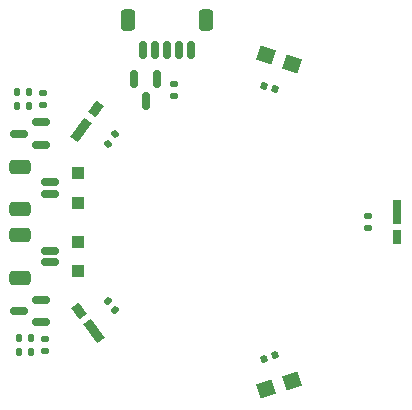
<source format=gbr>
%TF.GenerationSoftware,KiCad,Pcbnew,(6.0.7)*%
%TF.CreationDate,2022-10-21T23:46:11+08:00*%
%TF.ProjectId,pcb_middle,7063625f-6d69-4646-946c-652e6b696361,rev?*%
%TF.SameCoordinates,Original*%
%TF.FileFunction,Paste,Top*%
%TF.FilePolarity,Positive*%
%FSLAX46Y46*%
G04 Gerber Fmt 4.6, Leading zero omitted, Abs format (unit mm)*
G04 Created by KiCad (PCBNEW (6.0.7)) date 2022-10-21 23:46:11*
%MOMM*%
%LPD*%
G01*
G04 APERTURE LIST*
G04 Aperture macros list*
%AMRoundRect*
0 Rectangle with rounded corners*
0 $1 Rounding radius*
0 $2 $3 $4 $5 $6 $7 $8 $9 X,Y pos of 4 corners*
0 Add a 4 corners polygon primitive as box body*
4,1,4,$2,$3,$4,$5,$6,$7,$8,$9,$2,$3,0*
0 Add four circle primitives for the rounded corners*
1,1,$1+$1,$2,$3*
1,1,$1+$1,$4,$5*
1,1,$1+$1,$6,$7*
1,1,$1+$1,$8,$9*
0 Add four rect primitives between the rounded corners*
20,1,$1+$1,$2,$3,$4,$5,0*
20,1,$1+$1,$4,$5,$6,$7,0*
20,1,$1+$1,$6,$7,$8,$9,0*
20,1,$1+$1,$8,$9,$2,$3,0*%
%AMRotRect*
0 Rectangle, with rotation*
0 The origin of the aperture is its center*
0 $1 length*
0 $2 width*
0 $3 Rotation angle, in degrees counterclockwise*
0 Add horizontal line*
21,1,$1,$2,0,0,$3*%
G04 Aperture macros list end*
%ADD10RoundRect,0.150000X0.625000X-0.150000X0.625000X0.150000X-0.625000X0.150000X-0.625000X-0.150000X0*%
%ADD11RoundRect,0.250000X0.650000X-0.350000X0.650000X0.350000X-0.650000X0.350000X-0.650000X-0.350000X0*%
%ADD12RoundRect,0.135000X0.070317X-0.217958X0.229019X0.000477X-0.070317X0.217958X-0.229019X-0.000477X0*%
%ADD13RoundRect,0.135000X-0.185000X0.135000X-0.185000X-0.135000X0.185000X-0.135000X0.185000X0.135000X0*%
%ADD14RoundRect,0.150000X-0.150000X0.587500X-0.150000X-0.587500X0.150000X-0.587500X0.150000X0.587500X0*%
%ADD15RoundRect,0.150000X0.587500X0.150000X-0.587500X0.150000X-0.587500X-0.150000X0.587500X-0.150000X0*%
%ADD16RotRect,0.800000X2.000000X324.000000*%
%ADD17RotRect,0.800000X1.200000X324.000000*%
%ADD18R,1.000000X1.000000*%
%ADD19RoundRect,0.135000X-0.135000X-0.185000X0.135000X-0.185000X0.135000X0.185000X-0.135000X0.185000X0*%
%ADD20RoundRect,0.147500X-0.147500X-0.172500X0.147500X-0.172500X0.147500X0.172500X-0.147500X0.172500X0*%
%ADD21RoundRect,0.150000X-0.150000X-0.625000X0.150000X-0.625000X0.150000X0.625000X-0.150000X0.625000X0*%
%ADD22RoundRect,0.250000X-0.350000X-0.650000X0.350000X-0.650000X0.350000X0.650000X-0.350000X0.650000X0*%
%ADD23RoundRect,0.135000X0.229019X-0.000477X0.070317X0.217958X-0.229019X0.000477X-0.070317X-0.217958X0*%
%ADD24RotRect,1.350000X1.250000X198.000000*%
%ADD25RoundRect,0.135000X-0.185561X-0.134228X0.071224X-0.217663X0.185561X0.134228X-0.071224X0.217663X0*%
%ADD26RotRect,0.800000X2.000000X36.000000*%
%ADD27RotRect,0.800000X1.200000X36.000000*%
%ADD28R,0.800000X2.000000*%
%ADD29R,0.800000X1.200000*%
%ADD30RoundRect,0.135000X0.071224X0.217663X-0.185561X0.134228X-0.071224X-0.217663X0.185561X-0.134228X0*%
%ADD31RotRect,1.350000X1.250000X342.000000*%
G04 APERTURE END LIST*
D10*
%TO.C,J3*%
X-14874999Y-3399999D03*
X-14874999Y-2399999D03*
D11*
X-17399999Y-1099999D03*
X-17399999Y-4699999D03*
%TD*%
D12*
%TO.C,R3*%
X-10007974Y6640824D03*
X-9408434Y7466022D03*
%TD*%
D13*
%TO.C,R2*%
X-15500000Y10910000D03*
X-15500000Y9890000D03*
%TD*%
D14*
%TO.C,Q2*%
X-5850000Y12137498D03*
X-7750000Y12137498D03*
X-6800000Y10262498D03*
%TD*%
D15*
%TO.C,Q3*%
X-15662500Y-8449998D03*
X-15662500Y-6549998D03*
X-17537500Y-7499998D03*
%TD*%
D16*
%TO.C,D2*%
X-12247997Y7810951D03*
D17*
X-10984259Y9550338D03*
%TD*%
D13*
%TO.C,R1*%
X12000001Y510000D03*
X12000001Y-510000D03*
%TD*%
D18*
%TO.C,D7*%
X-12500001Y-4150000D03*
X-12500001Y-1650000D03*
%TD*%
D19*
%TO.C,R10*%
X-17510000Y-11000000D03*
X-16490000Y-11000000D03*
%TD*%
D20*
%TO.C,D8*%
X-17685000Y9800001D03*
X-16715000Y9800001D03*
%TD*%
D18*
%TO.C,D3*%
X-12500000Y1650001D03*
X-12500000Y4150001D03*
%TD*%
D19*
%TO.C,R9*%
X-17710001Y11000000D03*
X-16690001Y11000000D03*
%TD*%
D21*
%TO.C,J1*%
X-7000002Y14575002D03*
X-6000002Y14575002D03*
X-5000002Y14575002D03*
X-4000002Y14575002D03*
X-3000002Y14575002D03*
D22*
X-1700002Y17100002D03*
X-8300002Y17100002D03*
%TD*%
D20*
%TO.C,D9*%
X-17484999Y-9800001D03*
X-16514999Y-9800001D03*
%TD*%
D23*
%TO.C,R4*%
X-9408434Y-7466022D03*
X-10007974Y-6640824D03*
%TD*%
D24*
%TO.C,D6*%
X5598237Y-13427224D03*
X3363255Y-14153414D03*
%TD*%
D25*
%TO.C,R5*%
X3223165Y11570277D03*
X4193243Y11255079D03*
%TD*%
D26*
%TO.C,D4*%
X-11213495Y-9234821D03*
D27*
X-12477233Y-7495434D03*
%TD*%
D28*
%TO.C,D1*%
X14500000Y880000D03*
D29*
X14500000Y-1270000D03*
%TD*%
D15*
%TO.C,Q1*%
X-15662500Y6550000D03*
X-15662500Y8450000D03*
X-17537500Y7500000D03*
%TD*%
D30*
%TO.C,R8*%
X4193243Y-11255079D03*
X3223165Y-11570277D03*
%TD*%
D10*
%TO.C,J2*%
X-14874999Y2400001D03*
X-14874999Y3400001D03*
D11*
X-17399999Y1100001D03*
X-17399999Y4700001D03*
%TD*%
D31*
%TO.C,D5*%
X3363255Y14153414D03*
X5598237Y13427224D03*
%TD*%
D13*
%TO.C,R6*%
X-4400001Y11710000D03*
X-4400001Y10690000D03*
%TD*%
%TO.C,R7*%
X-15300001Y-9890000D03*
X-15300001Y-10910000D03*
%TD*%
M02*

</source>
